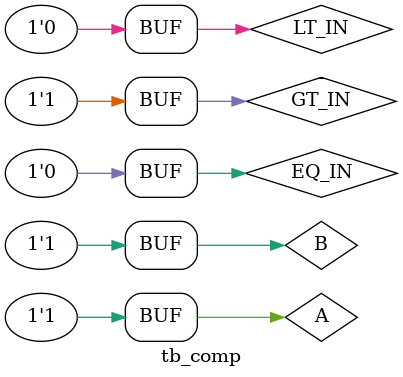
<source format=v>
module tb_comp;

reg A, B;
reg GT_IN, EQ_IN, LT_IN;
wire GT, EQ, LT;

mod_comp comp(
    .GT(GT), .EQ(EQ), .LT(LT),
    .A(A), .B(B),
    .GT_IN(GT_IN), .EQ_IN(EQ_IN), .LT_IN(LT_IN));

initial
begin
    $dumpfile("00a_tb_comp.vcd");
    $dumpvars(1, tb_comp);

    // reset
    GT_IN = 0; EQ_IN = 1; LT_IN = 0;
    A = 0; B = 0;
    #10;
    A = 1; B = 0;
    #10;
    A = 0; B = 1;
    #10;
    A = 1; B = 1;
    #10;

    GT_IN = 0; EQ_IN = 0; LT_IN = 1;
    A = 0; B = 0;
    #10;
    A = 1; B = 0;
    #10;
    A = 0; B = 1;
    #10;
    A = 1; B = 1;
    #10;

    GT_IN = 1; EQ_IN = 0; LT_IN = 0;
    A = 0; B = 0;
    #10;
    A = 1; B = 0;
    #10;
    A = 0; B = 1;
    #10;
    A = 1; B = 1;
    #10;

end

endmodule

</source>
